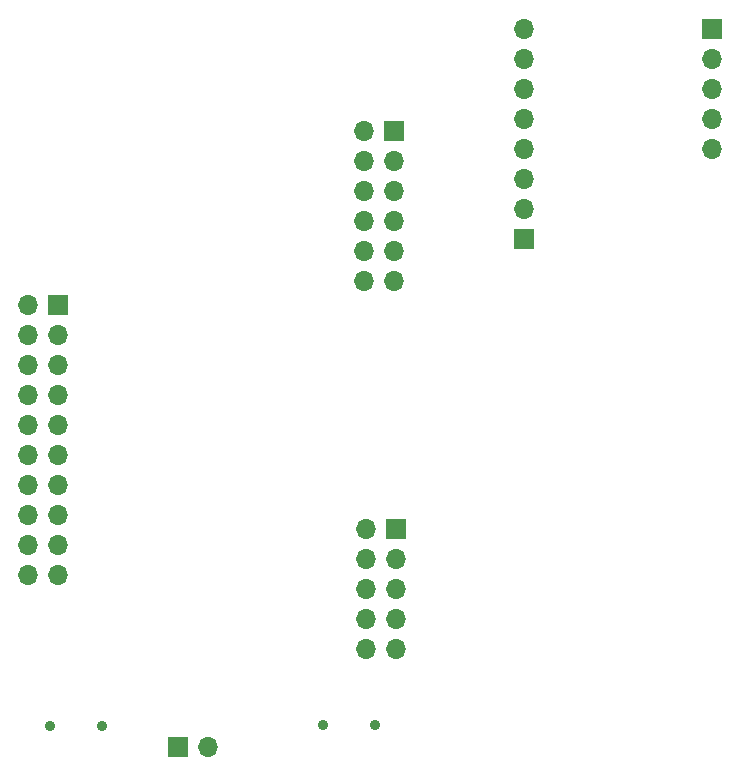
<source format=gbr>
%TF.GenerationSoftware,KiCad,Pcbnew,6.0.10-86aedd382b~118~ubuntu22.04.1*%
%TF.CreationDate,2023-01-21T23:49:40-03:00*%
%TF.ProjectId,MB_V2,4d425f56-322e-46b6-9963-61645f706362,rev?*%
%TF.SameCoordinates,Original*%
%TF.FileFunction,Soldermask,Bot*%
%TF.FilePolarity,Negative*%
%FSLAX46Y46*%
G04 Gerber Fmt 4.6, Leading zero omitted, Abs format (unit mm)*
G04 Created by KiCad (PCBNEW 6.0.10-86aedd382b~118~ubuntu22.04.1) date 2023-01-21 23:49:40*
%MOMM*%
%LPD*%
G01*
G04 APERTURE LIST*
%ADD10C,0.900000*%
%ADD11R,1.700000X1.700000*%
%ADD12O,1.700000X1.700000*%
G04 APERTURE END LIST*
D10*
%TO.C,J4*%
X103200000Y-171250000D03*
X98800000Y-171250000D03*
%TD*%
D11*
%TO.C,J7*%
X127920000Y-120900000D03*
D12*
X125380000Y-120900000D03*
X127920000Y-123440000D03*
X125380000Y-123440000D03*
X127920000Y-125980000D03*
X125380000Y-125980000D03*
X127920000Y-128520000D03*
X125380000Y-128520000D03*
X127920000Y-131060000D03*
X125380000Y-131060000D03*
X127920000Y-133600000D03*
X125380000Y-133600000D03*
%TD*%
D10*
%TO.C,J3*%
X121900000Y-171200000D03*
X126300000Y-171200000D03*
%TD*%
D11*
%TO.C,J2*%
X154900000Y-112200000D03*
D12*
X154900000Y-114740000D03*
X154900000Y-117280000D03*
X154900000Y-119820000D03*
X154900000Y-122360000D03*
%TD*%
D11*
%TO.C,J6*%
X99470000Y-135570000D03*
D12*
X96930000Y-135570000D03*
X99470000Y-138110000D03*
X96930000Y-138110000D03*
X99470000Y-140650000D03*
X96930000Y-140650000D03*
X99470000Y-143190000D03*
X96930000Y-143190000D03*
X99470000Y-145730000D03*
X96930000Y-145730000D03*
X99470000Y-148270000D03*
X96930000Y-148270000D03*
X99470000Y-150810000D03*
X96930000Y-150810000D03*
X99470000Y-153350000D03*
X96930000Y-153350000D03*
X99470000Y-155890000D03*
X96930000Y-155890000D03*
X99470000Y-158430000D03*
X96930000Y-158430000D03*
%TD*%
D11*
%TO.C,J5*%
X128100000Y-154600000D03*
D12*
X125560000Y-154600000D03*
X128100000Y-157140000D03*
X125560000Y-157140000D03*
X128100000Y-159680000D03*
X125560000Y-159680000D03*
X128100000Y-162220000D03*
X125560000Y-162220000D03*
X128100000Y-164760000D03*
X125560000Y-164760000D03*
%TD*%
D11*
%TO.C,J1*%
X138975000Y-129975000D03*
D12*
X138975000Y-127435000D03*
X138975000Y-124895000D03*
X138975000Y-122355000D03*
X138975000Y-119815000D03*
X138975000Y-117275000D03*
X138975000Y-114735000D03*
X138975000Y-112195000D03*
%TD*%
D11*
%TO.C,J8*%
X109680000Y-172980000D03*
D12*
X112220000Y-172980000D03*
%TD*%
M02*

</source>
